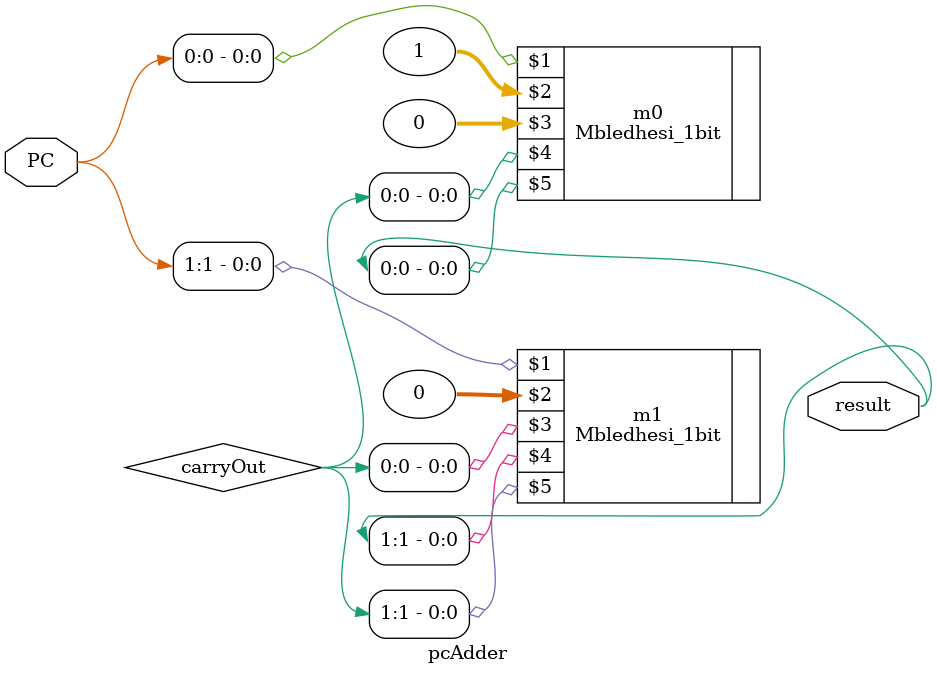
<source format=v>
`timescale 1ns / 1ps


module pcAdder(
    input[15:0] PC, output[15:0] result
    );
    
    wire[15:0] carryOut;
    
    Mbledhesi_1bit m0(PC[0], 1, 0,  carryOut[0], result[0],);
    Mbledhesi_1bit m1(PC[1], 0, carryOut[0], result[1], carryOut[1] );
    Mbledhesi_1bit m2(PC[2], 0, carryOut[1]. result[2], carryOut[2]);
    Mbledhesi_1bit m3(PC[3], 0, carryOut[2]. result[3], carryOut[3]);
    Mbledhesi_1bit m4(PC[4], 0, carryOut[3]. result[4], carryOut[4]);
    Mbledhesi_1bit m5(PC[5], 0, carryOut[4]. result[5], carryOut[5]);
    Mbledhesi_1bit m6(PC[6], 0, carryOut[5]. result[6], carryOut[6]);
    Mbledhesi_1bit m7(PC[7], 0, carryOut[6]. result[7], carryOut[7]);
    Mbledhesi_1bit m8(PC[8], 0, carryOut[7]. result[8], carryOut[8]);
    Mbledhesi_1bit m9(PC[9], 0, carryOut[8]. result[9], carryOut[9]);
    Mbledhesi_1bit m10(PC[10], 0, carryOut[9]. result[10], carryOut[10]);
    Mbledhesi_1bit m12(PC[11], 0, carryOut[10]. result[11], carryOut[11]);
    Mbledhesi_1bit m13(PC[12], 0, carryOut[11]. result[12], carryOut[12]);
    Mbledhesi_1bit m14(PC[13], 0, carryOut[12]. result[13], carryOut[13]);
    Mbledhesi_1bit m15(PC[14], 0, carryOut[13]. result[14], carryOut[14]);
    
    
    
    
    
    
endmodule

</source>
